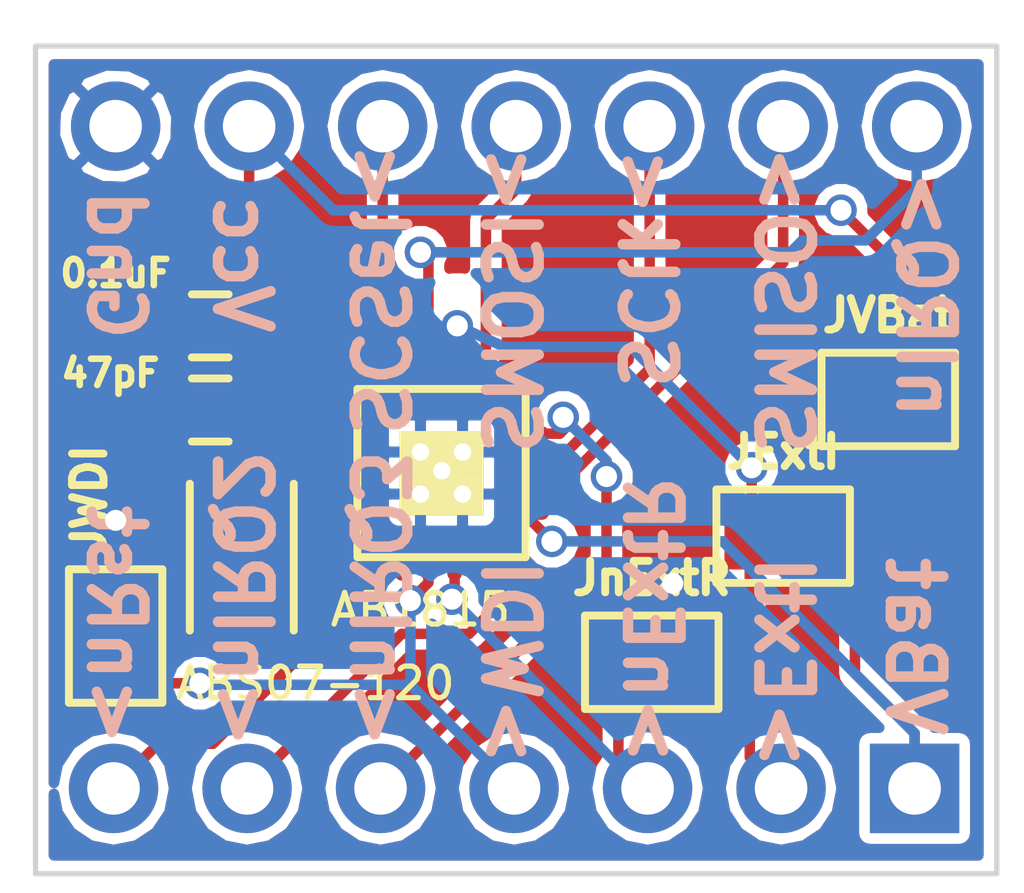
<source format=kicad_pcb>
(kicad_pcb (version 4) (host pcbnew 4.0.1-stable)

  (general
    (links 36)
    (no_connects 0)
    (area 198.865857 148.581 222.480143 167.500001)
    (thickness 1.6)
    (drawings 18)
    (tracks 114)
    (zones 0)
    (modules 10)
    (nets 18)
  )

  (page A3)
  (layers
    (0 F.Cu signal)
    (31 B.Cu signal hide)
    (32 B.Adhes user)
    (33 F.Adhes user)
    (34 B.Paste user)
    (35 F.Paste user)
    (36 B.SilkS user hide)
    (37 F.SilkS user)
    (38 B.Mask user)
    (39 F.Mask user)
    (40 Dwgs.User user)
    (41 Cmts.User user)
    (42 Eco1.User user)
    (43 Eco2.User user)
    (44 Edge.Cuts user)
  )

  (setup
    (last_trace_width 0.2)
    (user_trace_width 0.254)
    (trace_clearance 0.1)
    (zone_clearance 0.2)
    (zone_45_only no)
    (trace_min 0.1778)
    (segment_width 0.2)
    (edge_width 0.1)
    (via_size 0.6)
    (via_drill 0.4)
    (via_min_size 0.6)
    (via_min_drill 0.4)
    (user_via 0.6 0.4)
    (uvia_size 0.508)
    (uvia_drill 0.127)
    (uvias_allowed no)
    (uvia_min_size 0.508)
    (uvia_min_drill 0.127)
    (pcb_text_width 0.2)
    (pcb_text_size 1 1)
    (mod_edge_width 0.15)
    (mod_text_size 1 1)
    (mod_text_width 0.15)
    (pad_size 1.7 1.7)
    (pad_drill 1)
    (pad_to_mask_clearance 0)
    (aux_axis_origin 0 0)
    (visible_elements FFFFFFBF)
    (pcbplotparams
      (layerselection 0x00030_80000001)
      (usegerberextensions true)
      (excludeedgelayer true)
      (linewidth 0.150000)
      (plotframeref false)
      (viasonmask false)
      (mode 1)
      (useauxorigin false)
      (hpglpennumber 1)
      (hpglpenspeed 20)
      (hpglpendiameter 15)
      (hpglpenoverlay 2)
      (psnegative false)
      (psa4output false)
      (plotreference true)
      (plotvalue true)
      (plotinvisibletext false)
      (padsonsilk false)
      (subtractmaskfromsilk false)
      (outputformat 1)
      (mirror false)
      (drillshape 0)
      (scaleselection 1)
      (outputdirectory ""))
  )

  (net 0 "")
  (net 1 GND)
  (net 2 AFilt)
  (net 3 VCC)
  (net 4 EXTI)
  (net 5 WDI)
  (net 6 nExtR)
  (net 7 VBat)
  (net 8 FOut/nIRQ)
  (net 9 ClkOut/nIRQ3)
  (net 10 PSW/nIRQ2)
  (net 11 nRST)
  (net 12 SCSel)
  (net 13 SMOSI)
  (net 14 SMISO)
  (net 15 SCLK)
  (net 16 XO)
  (net 17 XI)

  (net_class Default "This is the default net class."
    (clearance 0.1)
    (trace_width 0.2)
    (via_dia 0.6)
    (via_drill 0.4)
    (uvia_dia 0.508)
    (uvia_drill 0.127)
    (add_net AFilt)
    (add_net ClkOut/nIRQ3)
    (add_net EXTI)
    (add_net FOut/nIRQ)
    (add_net GND)
    (add_net PSW/nIRQ2)
    (add_net SCLK)
    (add_net SCSel)
    (add_net SMISO)
    (add_net SMOSI)
    (add_net VBat)
    (add_net VCC)
    (add_net WDI)
    (add_net XI)
    (add_net XO)
    (add_net nExtR)
    (add_net nRST)
  )

  (module Pin_Header_Straight_1x07_Pitch2.54mm2 (layer F.Cu) (tedit 58F9855C) (tstamp 58F96AA3)
    (at 218.4 165 270)
    (descr "Through hole straight pin header, 1x07, 2.54mm pitch, single row")
    (tags "Through hole pin header THT 1x07 2.54mm single row")
    (path /58F96620)
    (fp_text reference J1 (at -0.254 -3.048 360) (layer F.SilkS) hide
      (effects (font (size 1 1) (thickness 0.15)))
    )
    (fp_text value CONN_01X07 (at -2.921 12.446 360) (layer F.Fab) hide
      (effects (font (size 1 1) (thickness 0.15)))
    )
    (fp_line (start -1.8 -1.8) (end -1.8 17.05) (layer F.CrtYd) (width 0.05))
    (fp_line (start -1.8 17.05) (end 1.8 17.05) (layer F.CrtYd) (width 0.05))
    (fp_line (start 1.8 17.05) (end 1.8 -1.8) (layer F.CrtYd) (width 0.05))
    (fp_line (start 1.8 -1.8) (end -1.8 -1.8) (layer F.CrtYd) (width 0.05))
    (pad 1 thru_hole rect (at 0 0 270) (size 1.7 1.7) (drill 1) (layers *.Cu *.Mask)
      (net 7 VBat))
    (pad 2 thru_hole oval (at 0 2.54 270) (size 1.7 1.7) (drill 1) (layers *.Cu *.Mask)
      (net 4 EXTI))
    (pad 3 thru_hole oval (at 0 5.08 270) (size 1.7 1.7) (drill 1) (layers *.Cu *.Mask)
      (net 6 nExtR))
    (pad 4 thru_hole oval (at 0 7.62 270) (size 1.7 1.7) (drill 1) (layers *.Cu *.Mask)
      (net 5 WDI))
    (pad 5 thru_hole oval (at 0 10.16 270) (size 1.7 1.7) (drill 1) (layers *.Cu *.Mask)
      (net 9 ClkOut/nIRQ3))
    (pad 6 thru_hole oval (at 0 12.7 270) (size 1.7 1.7) (drill 1) (layers *.Cu *.Mask)
      (net 10 PSW/nIRQ2))
    (pad 7 thru_hole oval (at 0 15.24 270) (size 1.7 1.7) (drill 1) (layers *.Cu *.Mask)
      (net 11 nRST))
    (model ${KISYS3DMOD}/Pin_Headers.3dshapes/Pin_Header_Straight_1x07_Pitch2.54mm.wrl
      (at (xyz 0 -0.3 0))
      (scale (xyz 1 1 1))
      (rotate (xyz 0 0 90))
    )
  )

  (module Pin_Header_Straight_1x07_Pitch2.54mm (layer F.Cu) (tedit 58F984C3) (tstamp 58F96AAE)
    (at 203.2 152.4 90)
    (descr "Through hole straight pin header, 1x07, 2.54mm pitch, single row")
    (tags "Through hole pin header THT 1x07 2.54mm single row")
    (path /58F96967)
    (fp_text reference J2 (at 0 -3.302 180) (layer F.SilkS) hide
      (effects (font (size 1 1) (thickness 0.15)))
    )
    (fp_text value CONN_01X07 (at 2.794 12.573 180) (layer F.Fab) hide
      (effects (font (size 1 1) (thickness 0.15)))
    )
    (fp_line (start -1.8 -1.8) (end -1.8 17.05) (layer F.CrtYd) (width 0.05))
    (fp_line (start -1.8 17.05) (end 1.8 17.05) (layer F.CrtYd) (width 0.05))
    (fp_line (start 1.8 17.05) (end 1.8 -1.8) (layer F.CrtYd) (width 0.05))
    (fp_line (start 1.8 -1.8) (end -1.8 -1.8) (layer F.CrtYd) (width 0.05))
    (pad 1 thru_hole circle (at 0 0 90) (size 1.7 1.7) (drill 1) (layers *.Cu *.Mask)
      (net 1 GND))
    (pad 2 thru_hole oval (at 0 2.54 90) (size 1.7 1.7) (drill 1) (layers *.Cu *.Mask)
      (net 3 VCC))
    (pad 3 thru_hole oval (at 0 5.08 90) (size 1.7 1.7) (drill 1) (layers *.Cu *.Mask)
      (net 12 SCSel))
    (pad 4 thru_hole oval (at 0 7.62 90) (size 1.7 1.7) (drill 1) (layers *.Cu *.Mask)
      (net 13 SMOSI))
    (pad 5 thru_hole oval (at 0 10.16 90) (size 1.7 1.7) (drill 1) (layers *.Cu *.Mask)
      (net 15 SCLK))
    (pad 6 thru_hole oval (at 0 12.7 90) (size 1.7 1.7) (drill 1) (layers *.Cu *.Mask)
      (net 14 SMISO))
    (pad 7 thru_hole oval (at 0 15.24 90) (size 1.7 1.7) (drill 1) (layers *.Cu *.Mask)
      (net 8 FOut/nIRQ))
    (model ${KISYS3DMOD}/Pin_Headers.3dshapes/Pin_Header_Straight_1x07_Pitch2.54mm.wrl
      (at (xyz 0 -0.3 0))
      (scale (xyz 1 1 1))
      (rotate (xyz 0 0 90))
    )
  )

  (module Capacitors_SMD:C_0603_HandSoldering (layer F.Cu) (tedit 5B0D75D2) (tstamp 5B0C545B)
    (at 205 157.8 180)
    (descr "Capacitor SMD 0603, hand soldering")
    (tags "capacitor 0603")
    (path /58F96539)
    (attr smd)
    (fp_text reference CaFilt1 (at 0 -1.9 180) (layer F.SilkS) hide
      (effects (font (size 1 1) (thickness 0.15)))
    )
    (fp_text value 47pF (at 1.9 0.7 180) (layer F.SilkS)
      (effects (font (size 0.5 0.5) (thickness 0.125)))
    )
    (fp_line (start -1.85 -0.75) (end 1.85 -0.75) (layer F.CrtYd) (width 0.05))
    (fp_line (start -1.85 0.75) (end 1.85 0.75) (layer F.CrtYd) (width 0.05))
    (fp_line (start -1.85 -0.75) (end -1.85 0.75) (layer F.CrtYd) (width 0.05))
    (fp_line (start 1.85 -0.75) (end 1.85 0.75) (layer F.CrtYd) (width 0.05))
    (fp_line (start -0.35 -0.6) (end 0.35 -0.6) (layer F.SilkS) (width 0.15))
    (fp_line (start 0.35 0.6) (end -0.35 0.6) (layer F.SilkS) (width 0.15))
    (pad 1 smd rect (at -0.95 0 180) (size 1.2 0.75) (layers F.Cu F.Paste F.Mask)
      (net 2 AFilt))
    (pad 2 smd rect (at 0.95 0 180) (size 1.2 0.75) (layers F.Cu F.Paste F.Mask)
      (net 1 GND))
    (model Capacitors_SMD.3dshapes/C_0603_HandSoldering.wrl
      (at (xyz 0 0 0))
      (scale (xyz 1 1 1))
      (rotate (xyz 0 0 0))
    )
  )

  (module Capacitors_SMD:C_0603_HandSoldering (layer F.Cu) (tedit 5B0D75C9) (tstamp 5B0C5461)
    (at 205 156.2 180)
    (descr "Capacitor SMD 0603, hand soldering")
    (tags "capacitor 0603")
    (path /5B0C61EC)
    (attr smd)
    (fp_text reference Cbyp1 (at 0 -1.9 180) (layer F.SilkS) hide
      (effects (font (size 1 1) (thickness 0.15)))
    )
    (fp_text value 0.1uF (at 1.8 1 180) (layer F.SilkS)
      (effects (font (size 0.5 0.5) (thickness 0.125)))
    )
    (fp_line (start -1.85 -0.75) (end 1.85 -0.75) (layer F.CrtYd) (width 0.05))
    (fp_line (start -1.85 0.75) (end 1.85 0.75) (layer F.CrtYd) (width 0.05))
    (fp_line (start -1.85 -0.75) (end -1.85 0.75) (layer F.CrtYd) (width 0.05))
    (fp_line (start 1.85 -0.75) (end 1.85 0.75) (layer F.CrtYd) (width 0.05))
    (fp_line (start -0.35 -0.6) (end 0.35 -0.6) (layer F.SilkS) (width 0.15))
    (fp_line (start 0.35 0.6) (end -0.35 0.6) (layer F.SilkS) (width 0.15))
    (pad 1 smd rect (at -0.95 0 180) (size 1.2 0.75) (layers F.Cu F.Paste F.Mask)
      (net 3 VCC))
    (pad 2 smd rect (at 0.95 0 180) (size 1.2 0.75) (layers F.Cu F.Paste F.Mask)
      (net 1 GND))
    (model Capacitors_SMD.3dshapes/C_0603_HandSoldering.wrl
      (at (xyz 0 0 0))
      (scale (xyz 1 1 1))
      (rotate (xyz 0 0 0))
    )
  )

  (module myFootprints:EpsonFC135 (layer F.Cu) (tedit 5B0ECD6D) (tstamp 5B0C54FE)
    (at 205.6 160.6 270)
    (path /58F96103)
    (fp_text reference ABS07-120 (at 2.4 -1.4 360) (layer F.SilkS)
      (effects (font (size 0.6 0.6) (thickness 0.1)))
    )
    (fp_text value 32kHz (at 0 1.6 270) (layer F.SilkS) hide
      (effects (font (size 0.5 0.5) (thickness 0.125)))
    )
    (fp_line (start -1.397 0.989) (end 1.397 0.989) (layer F.SilkS) (width 0.15))
    (fp_line (start -1.397 -0.989) (end 1.397 -0.989) (layer F.SilkS) (width 0.15))
    (pad 1 smd rect (at 1.25 0 270) (size 1 1.8) (layers F.Cu F.Paste F.Mask)
      (net 17 XI))
    (pad 2 smd rect (at -1.25 0 270) (size 1 1.8) (layers F.Cu F.Paste F.Mask)
      (net 16 XO))
    (model SMD_Packages/SMD-0402.wrl
      (at (xyz 0 0 0))
      (scale (xyz 0.12 0.15 0.1))
      (rotate (xyz 0 0 0))
    )
  )

  (module myFootprints:QFN16thermalpasted (layer F.Cu) (tedit 5B0ECD65) (tstamp 5B0C5DE9)
    (at 209.4 159 90)
    (path /58F964D3)
    (fp_text reference AB1815 (at -2.6 -0.4 180) (layer F.SilkS)
      (effects (font (size 0.6 0.6) (thickness 0.1)))
    )
    (fp_text value AB1815 (at 0.1905 -3.3655 90) (layer F.SilkS) hide
      (effects (font (size 1.016 1.016) (thickness 0.1524)))
    )
    (fp_line (start -1.6 -1.6) (end -1.6 1.6) (layer F.SilkS) (width 0.15))
    (fp_line (start 1.6 1.6) (end 1.6 -1.6) (layer F.SilkS) (width 0.15))
    (fp_line (start -1.6 1.6) (end 1.6 1.6) (layer F.SilkS) (width 0.15))
    (fp_line (start -1.6 -1.6) (end 1.6 -1.6) (layer F.SilkS) (width 0.15))
    (pad 17 thru_hole rect (at -0.4 0.4 90) (size 0.8 0.8) (drill 0.33) (layers *.Cu *.Mask F.SilkS)
      (net 1 GND))
    (pad 17 thru_hole rect (at -0.4 -0.4 90) (size 0.8 0.8) (drill 0.33) (layers *.Cu *.Mask F.SilkS)
      (net 1 GND))
    (pad 17 thru_hole rect (at 0.4 0.4 90) (size 0.8 0.8) (drill 0.33) (layers *.Cu *.Mask F.SilkS)
      (net 1 GND))
    (pad 17 smd rect (at -0.4 -0.4 90) (size 0.68 0.68) (layers F.Cu F.Paste F.Mask)
      (net 1 GND))
    (pad 17 smd rect (at -0.4 0.4 90) (size 0.68 0.68) (layers F.Cu F.Paste F.Mask)
      (net 1 GND))
    (pad 17 smd rect (at 0.4 0.4 90) (size 0.68 0.68) (layers F.Cu F.Paste F.Mask)
      (net 1 GND))
    (pad 17 thru_hole rect (at 0.0445 0.0055 90) (size 0.85 0.85) (drill 0.33) (layers *.Cu *.Mask F.SilkS)
      (net 1 GND))
    (pad 17 thru_hole rect (at 0.4 -0.4 90) (size 0.8 0.8) (drill 0.33) (layers *.Cu *.Mask F.SilkS)
      (net 1 GND))
    (pad 1 smd oval (at -1.5494 -0.7493 90) (size 1.00076 0.2794) (layers F.Cu F.Paste F.Mask)
      (net 11 nRST))
    (pad 2 smd oval (at -1.5494 -0.24892 90) (size 1.00076 0.2794) (layers F.Cu F.Paste F.Mask)
      (net 5 WDI))
    (pad 3 smd oval (at -1.5494 0.24892 90) (size 1.00076 0.2794) (layers F.Cu F.Paste F.Mask)
      (net 6 nExtR))
    (pad 4 smd oval (at -1.5494 0.7493 90) (size 1.00076 0.2794) (layers F.Cu F.Paste F.Mask)
      (net 10 PSW/nIRQ2))
    (pad 5 smd oval (at -0.7493 1.5494 180) (size 1.00076 0.2794) (layers F.Cu F.Paste F.Mask)
      (net 7 VBat))
    (pad 6 smd oval (at -0.24892 1.5494 180) (size 1.00076 0.2794) (layers F.Cu F.Paste F.Mask)
      (net 14 SMISO))
    (pad 7 smd oval (at 0.24892 1.5494 180) (size 1.00076 0.2794) (layers F.Cu F.Paste F.Mask)
      (net 15 SCLK))
    (pad 8 smd oval (at 0.7493 1.5494 180) (size 1.00076 0.2794) (layers F.Cu F.Paste F.Mask)
      (net 9 ClkOut/nIRQ3))
    (pad 9 smd oval (at 1.5494 0.7493 90) (size 1.00076 0.2794) (layers F.Cu F.Paste F.Mask)
      (net 13 SMOSI))
    (pad 10 smd oval (at 1.5494 0.24892 90) (size 1.00076 0.2794) (layers F.Cu F.Paste F.Mask)
      (net 4 EXTI))
    (pad 11 smd oval (at 1.5494 -0.24892 90) (size 1.00076 0.2794) (layers F.Cu F.Paste F.Mask)
      (net 8 FOut/nIRQ))
    (pad 12 smd oval (at 1.5494 -0.7493 90) (size 1.00076 0.2794) (layers F.Cu F.Paste F.Mask)
      (net 12 SCSel))
    (pad 13 smd oval (at 0.7493 -1.5494 180) (size 1.00076 0.2794) (layers F.Cu F.Paste F.Mask)
      (net 3 VCC))
    (pad 14 smd oval (at 0.24892 -1.5494 180) (size 1.00076 0.2794) (layers F.Cu F.Paste F.Mask)
      (net 2 AFilt))
    (pad 15 smd oval (at -0.24892 -1.5494 180) (size 1.00076 0.2794) (layers F.Cu F.Paste F.Mask)
      (net 16 XO))
    (pad 16 smd oval (at -0.7493 -1.5494 180) (size 1.00076 0.2794) (layers F.Cu F.Paste F.Mask)
      (net 17 XI))
    (pad 17 smd rect (at 0.4 -0.4 90) (size 0.68 0.68) (layers F.Cu F.Paste F.Mask)
      (net 1 GND))
  )

  (module myFootprints:SolderJumperClosed (layer F.Cu) (tedit 5B0D78AA) (tstamp 5B0C5DE8)
    (at 217.9 157.6 270)
    (descr "Pontet Goute de soudure")
    (path /5B0C667B)
    (attr virtual)
    (fp_text reference JVBat (at -1.6 0 360) (layer F.SilkS)
      (effects (font (size 0.6 0.6) (thickness 0.15)))
    )
    (fp_text value VBat (at 1.524 0 360) (layer F.SilkS) hide
      (effects (font (size 0.5 0.5) (thickness 0.125)))
    )
    (fp_line (start 0 -0.5) (end 0 0.5) (layer F.Cu) (width 0.1))
    (fp_line (start 0 -0.5) (end 0 0.5) (layer F.Mask) (width 0.1))
    (fp_line (start -0.889 -1.27) (end -0.889 1.27) (layer F.SilkS) (width 0.15))
    (fp_line (start 0.889 1.27) (end 0.889 -1.27) (layer F.SilkS) (width 0.15))
    (fp_line (start 0.889 1.27) (end -0.889 1.27) (layer F.SilkS) (width 0.15))
    (fp_line (start -0.889 -1.27) (end 0.889 -1.27) (layer F.SilkS) (width 0.15))
    (pad 1 smd rect (at 0 -0.635 270) (size 1.27 0.9652) (layers F.Cu F.Paste F.Mask)
      (net 3 VCC))
    (pad 2 smd rect (at 0 0.635 270) (size 1.27 0.9652) (layers F.Cu F.Paste F.Mask)
      (net 7 VBat))
  )

  (module myFootprints:SolderJumperClosed (layer F.Cu) (tedit 5B0D78AA) (tstamp 5B0C5467)
    (at 215.9 160.2 270)
    (descr "Pontet Goute de soudure")
    (path /5B0C4647)
    (attr virtual)
    (fp_text reference JExtI (at -1.6 0 360) (layer F.SilkS)
      (effects (font (size 0.6 0.6) (thickness 0.15)))
    )
    (fp_text value GS2 (at 1.524 0 360) (layer F.SilkS) hide
      (effects (font (size 0.5 0.5) (thickness 0.125)))
    )
    (fp_line (start 0 -0.5) (end 0 0.5) (layer F.Cu) (width 0.1))
    (fp_line (start 0 -0.5) (end 0 0.5) (layer F.Mask) (width 0.1))
    (fp_line (start -0.889 -1.27) (end -0.889 1.27) (layer F.SilkS) (width 0.15))
    (fp_line (start 0.889 1.27) (end 0.889 -1.27) (layer F.SilkS) (width 0.15))
    (fp_line (start 0.889 1.27) (end -0.889 1.27) (layer F.SilkS) (width 0.15))
    (fp_line (start -0.889 -1.27) (end 0.889 -1.27) (layer F.SilkS) (width 0.15))
    (pad 1 smd rect (at 0 -0.635 270) (size 1.27 0.9652) (layers F.Cu F.Paste F.Mask)
      (net 1 GND))
    (pad 2 smd rect (at 0 0.635 270) (size 1.27 0.9652) (layers F.Cu F.Paste F.Mask)
      (net 4 EXTI))
  )

  (module myFootprints:SolderJumperClosed (layer F.Cu) (tedit 5B0D78AA) (tstamp 5B0C5473)
    (at 213.4 162.6 270)
    (descr "Pontet Goute de soudure")
    (path /5B0C62CD)
    (attr virtual)
    (fp_text reference JnExtR (at -1.6 0 360) (layer F.SilkS)
      (effects (font (size 0.6 0.6) (thickness 0.15)))
    )
    (fp_text value GS2 (at 1.524 0 360) (layer F.SilkS) hide
      (effects (font (size 0.5 0.5) (thickness 0.125)))
    )
    (fp_line (start 0 -0.5) (end 0 0.5) (layer F.Cu) (width 0.1))
    (fp_line (start 0 -0.5) (end 0 0.5) (layer F.Mask) (width 0.1))
    (fp_line (start -0.889 -1.27) (end -0.889 1.27) (layer F.SilkS) (width 0.15))
    (fp_line (start 0.889 1.27) (end 0.889 -1.27) (layer F.SilkS) (width 0.15))
    (fp_line (start 0.889 1.27) (end -0.889 1.27) (layer F.SilkS) (width 0.15))
    (fp_line (start -0.889 -1.27) (end 0.889 -1.27) (layer F.SilkS) (width 0.15))
    (pad 1 smd rect (at 0 -0.635 270) (size 1.27 0.9652) (layers F.Cu F.Paste F.Mask)
      (net 1 GND))
    (pad 2 smd rect (at 0 0.635 270) (size 1.27 0.9652) (layers F.Cu F.Paste F.Mask)
      (net 6 nExtR))
  )

  (module myFootprints:SolderJumperClosed (layer F.Cu) (tedit 5B0D90DC) (tstamp 5B0C546D)
    (at 203.2 162.1)
    (descr "Pontet Goute de soudure")
    (path /5B0C629E)
    (attr virtual)
    (fp_text reference JWDI (at -0.5 -2.6 90) (layer F.SilkS)
      (effects (font (size 0.6 0.6) (thickness 0.15)))
    )
    (fp_text value GS2 (at 1.524 0 90) (layer F.SilkS) hide
      (effects (font (size 0.5 0.5) (thickness 0.125)))
    )
    (fp_line (start 0 -0.5) (end 0 0.5) (layer F.Cu) (width 0.1))
    (fp_line (start 0 -0.5) (end 0 0.5) (layer F.Mask) (width 0.1))
    (fp_line (start -0.889 -1.27) (end -0.889 1.27) (layer F.SilkS) (width 0.15))
    (fp_line (start 0.889 1.27) (end 0.889 -1.27) (layer F.SilkS) (width 0.15))
    (fp_line (start 0.889 1.27) (end -0.889 1.27) (layer F.SilkS) (width 0.15))
    (fp_line (start -0.889 -1.27) (end 0.889 -1.27) (layer F.SilkS) (width 0.15))
    (pad 1 smd rect (at 0 -0.635) (size 1.27 0.9652) (layers F.Cu F.Paste F.Mask)
      (net 1 GND))
    (pad 2 smd rect (at 0 0.635) (size 1.27 0.9652) (layers F.Cu F.Paste F.Mask)
      (net 5 WDI))
  )

  (gr_text <nRst (at 203.2 161.9 270) (layer B.SilkS)
    (effects (font (size 1 1) (thickness 0.2)) (justify mirror))
  )
  (gr_text <nIRQ2 (at 205.6 161.4 270) (layer B.SilkS)
    (effects (font (size 1 1) (thickness 0.2)) (justify mirror))
  )
  (gr_text <nIRQ3 (at 208.2 161.4 270) (layer B.SilkS)
    (effects (font (size 1 1) (thickness 0.2)) (justify mirror))
  )
  (gr_text >WDI (at 210.7 162.6 270) (layer B.SilkS)
    (effects (font (size 1 1) (thickness 0.2)) (justify mirror))
  )
  (gr_text >nExtR (at 213.4 161.8 270) (layer B.SilkS)
    (effects (font (size 1 1) (thickness 0.2)) (justify mirror))
  )
  (gr_text >ExtI (at 215.9 162.6 270) (layer B.SilkS)
    (effects (font (size 1 1) (thickness 0.2)) (justify mirror))
  )
  (gr_text VBat (at 218.4 162.3 270) (layer B.SilkS)
    (effects (font (size 1 1) (thickness 0.2)) (justify mirror))
  )
  (gr_text nIRQ> (at 218.6 155.6 270) (layer B.SilkS)
    (effects (font (size 1 1) (thickness 0.2)) (justify mirror))
  )
  (gr_text SMISO> (at 215.9 155.7 270) (layer B.SilkS)
    (effects (font (size 1 1) (thickness 0.2)) (justify mirror))
  )
  (gr_text SClk< (at 213.3 155.1 270) (layer B.SilkS)
    (effects (font (size 1 1) (thickness 0.2)) (justify mirror))
  )
  (gr_text SMOSI< (at 210.7 155.7 270) (layer B.SilkS)
    (effects (font (size 1 1) (thickness 0.2)) (justify mirror))
  )
  (gr_text SCSel< (at 208.2 155.5 270) (layer B.SilkS)
    (effects (font (size 1 1) (thickness 0.2)) (justify mirror))
  )
  (gr_text Vcc (at 205.6 153.6 270) (layer B.SilkS)
    (effects (font (size 1 1) (thickness 0.2)) (justify right mirror))
  )
  (gr_text Gnd (at 203.2 153.5 270) (layer B.SilkS)
    (effects (font (size 1 1) (thickness 0.2)) (justify right mirror))
  )
  (gr_line (start 201.676 166.624) (end 219.964 166.624) (angle 90) (layer Edge.Cuts) (width 0.1))
  (gr_line (start 201.676 150.876) (end 201.676 166.624) (angle 90) (layer Edge.Cuts) (width 0.1))
  (gr_line (start 219.964 150.876) (end 201.676 150.876) (angle 90) (layer Edge.Cuts) (width 0.1))
  (gr_line (start 219.964 166.624) (end 219.964 150.876) (angle 90) (layer Edge.Cuts) (width 0.1))

  (segment (start 209.4055 158.9555) (end 209.4055 158.9945) (width 0.2) (layer F.Cu) (net 1) (status 30))
  (segment (start 209.4055 158.9945) (end 209 159.4) (width 0.2) (layer F.Cu) (net 1) (tstamp 5B0D6E1C) (status 30))
  (segment (start 209.8 158.6) (end 209.8 159.4) (width 0.2) (layer F.Cu) (net 1) (status 30))
  (segment (start 216.535 160.2) (end 216.535 161.365) (width 0.2) (layer F.Cu) (net 1) (status 10))
  (segment (start 216.535 161.365) (end 216.2 161.7) (width 0.2) (layer F.Cu) (net 1) (tstamp 5B0D6DE7))
  (segment (start 214.035 162.6) (end 214.035 161.335) (width 0.2) (layer F.Cu) (net 1) (status 10))
  (via (at 213.8 161.1) (size 0.6) (drill 0.4) (layers F.Cu B.Cu) (net 1))
  (segment (start 214.035 161.335) (end 213.8 161.1) (width 0.2) (layer F.Cu) (net 1) (tstamp 5B0D6DB7))
  (segment (start 203.2 161.465) (end 203.2 159.9) (width 0.2) (layer F.Cu) (net 1) (status 10))
  (via (at 203.2 159.9) (size 0.6) (drill 0.4) (layers F.Cu B.Cu) (net 1))
  (segment (start 209.8 158.6) (end 210.8 158.6) (width 0.2) (layer B.Cu) (net 1) (status 10))
  (segment (start 205.95 157.8) (end 206.175 157.8) (width 0.2) (layer F.Cu) (net 2) (status 30))
  (segment (start 206.175 157.8) (end 207.12608 158.75108) (width 0.2) (layer F.Cu) (net 2) (status 10))
  (segment (start 207.12608 158.75108) (end 207.8506 158.75108) (width 0.2) (layer F.Cu) (net 2) (status 20))
  (segment (start 217 154) (end 207.34 154) (width 0.2) (layer B.Cu) (net 3))
  (segment (start 207.34 154) (end 205.74 152.4) (width 0.2) (layer B.Cu) (net 3) (status 20))
  (segment (start 218.535 157.6) (end 218.535 155.535) (width 0.2) (layer F.Cu) (net 3) (status 10))
  (segment (start 218.535 155.535) (end 217 154) (width 0.2) (layer F.Cu) (net 3))
  (via (at 217 154) (size 0.6) (drill 0.4) (layers F.Cu B.Cu) (net 3))
  (segment (start 205.74 152.4) (end 205.74 155.99) (width 0.2) (layer F.Cu) (net 3) (status 30))
  (segment (start 205.74 155.99) (end 205.95 156.2) (width 0.2) (layer F.Cu) (net 3) (status 30))
  (segment (start 205.95 156.2) (end 206.75 156.2) (width 0.2) (layer F.Cu) (net 3) (status 10))
  (segment (start 206.75 156.2) (end 207.8506 157.3006) (width 0.2) (layer F.Cu) (net 3))
  (segment (start 207.8506 157.3006) (end 207.8506 158.2507) (width 0.2) (layer F.Cu) (net 3) (status 20))
  (segment (start 205.74 152.4) (end 205.74 153.14) (width 0.2) (layer B.Cu) (net 3) (status 30))
  (segment (start 215.3 158.9) (end 215.3 160.165) (width 0.2) (layer F.Cu) (net 4) (status 20))
  (segment (start 215.3 160.165) (end 215.265 160.2) (width 0.2) (layer F.Cu) (net 4) (status 30))
  (segment (start 210.6 156.6) (end 213 156.6) (width 0.2) (layer B.Cu) (net 4))
  (segment (start 213 156.6) (end 215.3 158.9) (width 0.2) (layer B.Cu) (net 4))
  (via (at 215.3 158.9) (size 0.6) (drill 0.4) (layers F.Cu B.Cu) (net 4))
  (segment (start 209.7 156.2) (end 210.6 156.6) (width 0.2) (layer B.Cu) (net 4))
  (segment (start 209.64892 157.4506) (end 209.64892 156.25108) (width 0.2) (layer F.Cu) (net 4) (status 10))
  (segment (start 209.64892 156.25108) (end 209.7 156.2) (width 0.2) (layer F.Cu) (net 4))
  (via (at 209.7 156.2) (size 0.6) (drill 0.4) (layers F.Cu B.Cu) (net 4))
  (segment (start 215.265 160.2) (end 215.265 164.405) (width 0.2) (layer F.Cu) (net 4) (status 30))
  (segment (start 215.265 164.405) (end 215.86 165) (width 0.2) (layer F.Cu) (net 4) (status 30))
  (segment (start 204.8 163) (end 203.465 163) (width 0.2) (layer F.Cu) (net 5) (status 20))
  (segment (start 203.465 163) (end 203.2 162.735) (width 0.2) (layer F.Cu) (net 5) (status 30))
  (segment (start 208.808029 163.028029) (end 204.828029 163.028029) (width 0.2) (layer B.Cu) (net 5))
  (segment (start 204.828029 163.028029) (end 204.8 163) (width 0.2) (layer B.Cu) (net 5))
  (via (at 204.8 163) (size 0.6) (drill 0.4) (layers F.Cu B.Cu) (net 5))
  (segment (start 208.808029 161.426349) (end 208.808029 163.028029) (width 0.2) (layer B.Cu) (net 5))
  (segment (start 208.808029 163.028029) (end 210.78 165) (width 0.2) (layer B.Cu) (net 5) (status 20))
  (segment (start 209.15108 160.5494) (end 209.15108 161.083298) (width 0.2) (layer F.Cu) (net 5) (status 10))
  (segment (start 209.15108 161.083298) (end 208.808029 161.426349) (width 0.2) (layer F.Cu) (net 5))
  (via (at 208.808029 161.426349) (size 0.6) (drill 0.4) (layers F.Cu B.Cu) (net 5))
  (segment (start 212.765 162.6) (end 212.765 164.445) (width 0.2) (layer F.Cu) (net 6) (status 30))
  (segment (start 212.765 164.445) (end 213.32 165) (width 0.2) (layer F.Cu) (net 6) (status 30))
  (segment (start 209.6 161.4) (end 213.2 165) (width 0.2) (layer B.Cu) (net 6) (status 20))
  (segment (start 213.2 165) (end 213.32 165) (width 0.2) (layer B.Cu) (net 6) (status 30))
  (segment (start 209.64892 160.5494) (end 209.64892 161.35108) (width 0.2) (layer F.Cu) (net 6) (status 10))
  (segment (start 209.64892 161.35108) (end 209.6 161.4) (width 0.2) (layer F.Cu) (net 6))
  (via (at 209.6 161.4) (size 0.6) (drill 0.4) (layers F.Cu B.Cu) (net 6))
  (segment (start 212.965 164.645) (end 213.32 165) (width 0.2) (layer F.Cu) (net 6) (status 30))
  (segment (start 211.5 160.3) (end 214.75 160.3) (width 0.2) (layer B.Cu) (net 7))
  (segment (start 218.4 163.95) (end 218.4 165) (width 0.2) (layer B.Cu) (net 7) (status 20))
  (segment (start 214.75 160.3) (end 218.4 163.95) (width 0.2) (layer B.Cu) (net 7))
  (segment (start 210.9494 159.7493) (end 210.9494 159.7494) (width 0.2) (layer F.Cu) (net 7) (status 30))
  (segment (start 210.9494 159.7494) (end 211.5 160.3) (width 0.2) (layer F.Cu) (net 7) (status 10))
  (via (at 211.5 160.3) (size 0.6) (drill 0.4) (layers F.Cu B.Cu) (net 7))
  (segment (start 218.4 165) (end 218.4 163.95) (width 0.2) (layer F.Cu) (net 7) (status 10))
  (segment (start 218.4 163.95) (end 217.265 162.815) (width 0.2) (layer F.Cu) (net 7))
  (segment (start 217.265 162.815) (end 217.265 157.6) (width 0.2) (layer F.Cu) (net 7) (status 20))
  (segment (start 210.9494 159.832) (end 210.9494 159.7493) (width 0.2) (layer F.Cu) (net 7) (status 30))
  (segment (start 216.04 154.8) (end 216.266424 154.573576) (width 0.2) (layer B.Cu) (net 8))
  (segment (start 216.266424 154.573576) (end 217.468505 154.573576) (width 0.2) (layer B.Cu) (net 8))
  (segment (start 217.468505 154.573576) (end 218.44 153.602081) (width 0.2) (layer B.Cu) (net 8))
  (segment (start 218.44 153.602081) (end 218.44 152.4) (width 0.2) (layer B.Cu) (net 8) (status 20))
  (segment (start 209 154.8) (end 216.04 154.8) (width 0.2) (layer B.Cu) (net 8))
  (segment (start 209.15108 157.4506) (end 209.15108 154.95108) (width 0.2) (layer F.Cu) (net 8) (status 10))
  (segment (start 209.15108 154.95108) (end 209 154.8) (width 0.2) (layer F.Cu) (net 8))
  (via (at 209 154.8) (size 0.6) (drill 0.4) (layers F.Cu B.Cu) (net 8))
  (segment (start 212.539172 158.764419) (end 212.539172 159.066663) (width 0.2) (layer B.Cu) (net 9))
  (segment (start 211.715393 157.94064) (end 212.539172 158.764419) (width 0.2) (layer B.Cu) (net 9))
  (segment (start 208.24 165) (end 212.539172 160.700828) (width 0.2) (layer F.Cu) (net 9) (status 10))
  (segment (start 212.539172 160.700828) (end 212.539172 159.066663) (width 0.2) (layer F.Cu) (net 9))
  (via (at 212.539172 159.066663) (size 0.6) (drill 0.4) (layers F.Cu B.Cu) (net 9))
  (segment (start 211.64978 158.2507) (end 211.715393 158.185087) (width 0.2) (layer F.Cu) (net 9))
  (segment (start 210.9494 158.2507) (end 211.64978 158.2507) (width 0.2) (layer F.Cu) (net 9) (status 10))
  (via (at 211.715393 157.94064) (size 0.6) (drill 0.4) (layers F.Cu B.Cu) (net 9))
  (segment (start 211.715393 158.185087) (end 211.715393 157.94064) (width 0.2) (layer F.Cu) (net 9))
  (via (at 208.24 165) (size 0.889) (drill 0.635) (layers F.Cu B.Cu) (net 9) (status 30))
  (segment (start 210.1493 160.91008) (end 210.1493 160.5494) (width 0.2) (layer F.Cu) (net 10) (status 30))
  (segment (start 210.489 161.24978) (end 210.1493 160.91008) (width 0.2) (layer F.Cu) (net 10) (status 20))
  (segment (start 210.489 161.492722) (end 210.489 161.24978) (width 0.2) (layer F.Cu) (net 10))
  (segment (start 209.922683 162.059039) (end 210.489 161.492722) (width 0.2) (layer F.Cu) (net 10))
  (segment (start 208.640961 162.059039) (end 209.922683 162.059039) (width 0.2) (layer F.Cu) (net 10))
  (segment (start 205.7 165) (end 208.640961 162.059039) (width 0.2) (layer F.Cu) (net 10) (status 10))
  (segment (start 208.6507 160.5494) (end 205.050099 164.150001) (width 0.2) (layer F.Cu) (net 11) (status 10))
  (segment (start 205.050099 164.150001) (end 204.009999 164.150001) (width 0.2) (layer F.Cu) (net 11))
  (segment (start 204.009999 164.150001) (end 203.16 165) (width 0.2) (layer F.Cu) (net 11) (status 20))
  (segment (start 208.28 152.4) (end 208.28 157.4196) (width 0.2) (layer F.Cu) (net 12) (status 10))
  (segment (start 208.28 157.4196) (end 208.311 157.4506) (width 0.2) (layer F.Cu) (net 12))
  (segment (start 208.311 157.4506) (end 208.6507 157.4506) (width 0.2) (layer F.Cu) (net 12) (status 20))
  (segment (start 208.6507 157.08992) (end 208.6507 157.4506) (width 0.2) (layer F.Cu) (net 12) (status 30))
  (segment (start 208.28 152.4) (end 208.28 152.88) (width 0.2) (layer B.Cu) (net 12) (status 30))
  (segment (start 210.82 152.4) (end 210.82 153.602081) (width 0.2) (layer F.Cu) (net 13) (status 10))
  (segment (start 210.1493 156.804562) (end 210.1493 157.4506) (width 0.2) (layer F.Cu) (net 13) (status 20))
  (segment (start 210.82 153.602081) (end 210.244501 154.17758) (width 0.2) (layer F.Cu) (net 13))
  (segment (start 210.244501 156.709361) (end 210.1493 156.804562) (width 0.2) (layer F.Cu) (net 13))
  (segment (start 210.244501 154.17758) (end 210.244501 156.709361) (width 0.2) (layer F.Cu) (net 13))
  (segment (start 210.1493 157.4506) (end 210.1493 157.08992) (width 0.2) (layer F.Cu) (net 13) (status 30))
  (segment (start 211.64978 159.24892) (end 215.9 154.9987) (width 0.2) (layer F.Cu) (net 14))
  (segment (start 215.9 154.9987) (end 215.9 152.4) (width 0.2) (layer F.Cu) (net 14) (status 20))
  (segment (start 210.9494 159.24892) (end 211.64978 159.24892) (width 0.2) (layer F.Cu) (net 14) (status 10))
  (segment (start 213.36 157.015721) (end 213.36 152.4) (width 0.2) (layer F.Cu) (net 15) (status 20))
  (segment (start 210.9494 158.75108) (end 211.624641 158.75108) (width 0.2) (layer F.Cu) (net 15) (status 10))
  (segment (start 211.624641 158.75108) (end 213.36 157.015721) (width 0.2) (layer F.Cu) (net 15))
  (segment (start 213.36 152.64) (end 213.36 152.4) (width 0.2) (layer B.Cu) (net 15) (status 30))
  (segment (start 205.6 159.35) (end 207.74952 159.35) (width 0.2) (layer F.Cu) (net 16) (status 30))
  (segment (start 207.74952 159.35) (end 207.8506 159.24892) (width 0.2) (layer F.Cu) (net 16) (status 30))
  (segment (start 205.6 161.85) (end 206 161.85) (width 0.2) (layer F.Cu) (net 17) (status 30))
  (segment (start 206 161.85) (end 207.8506 159.9994) (width 0.2) (layer F.Cu) (net 17) (status 10))
  (segment (start 207.8506 159.9994) (end 207.8506 159.7493) (width 0.2) (layer F.Cu) (net 17) (status 20))

  (zone (net 1) (net_name GND) (layer F.Cu) (tstamp 5B0D4495) (hatch edge 0.508)
    (priority 1)
    (connect_pads (clearance 0.2))
    (min_thickness 0.2)
    (fill yes (arc_segments 16) (thermal_gap 0.2) (thermal_bridge_width 0.21))
    (polygon
      (pts
        (xy 220.5 167) (xy 201 167) (xy 201 150) (xy 220.5 150) (xy 220.5 167)
      )
    )
    (filled_polygon
      (pts
        (xy 219.614 166.274) (xy 202.026 166.274) (xy 202.026 165.102967) (xy 202.097539 165.462616) (xy 202.346827 165.835703)
        (xy 202.719914 166.084991) (xy 203.16 166.17253) (xy 203.600086 166.084991) (xy 203.973173 165.835703) (xy 204.222461 165.462616)
        (xy 204.31 165.02253) (xy 204.31 164.97747) (xy 204.224971 164.550001) (xy 204.635029 164.550001) (xy 204.55 164.97747)
        (xy 204.55 165.02253) (xy 204.637539 165.462616) (xy 204.886827 165.835703) (xy 205.259914 166.084991) (xy 205.7 166.17253)
        (xy 206.140086 166.084991) (xy 206.513173 165.835703) (xy 206.762461 165.462616) (xy 206.85 165.02253) (xy 206.85 164.97747)
        (xy 206.762461 164.537384) (xy 206.748779 164.516907) (xy 208.806647 162.459039) (xy 209.922683 162.459039) (xy 210.075757 162.428591)
        (xy 210.205526 162.341882) (xy 210.771843 161.775565) (xy 210.858552 161.645796) (xy 210.889 161.492722) (xy 210.889 161.24978)
        (xy 210.858552 161.096707) (xy 210.771843 160.966937) (xy 210.77184 160.966935) (xy 210.589 160.784094) (xy 210.589 160.189)
        (xy 210.777541 160.189) (xy 210.796327 160.201552) (xy 210.845684 160.21137) (xy 210.900029 160.265715) (xy 210.899896 160.418824)
        (xy 210.991048 160.639429) (xy 211.159683 160.808359) (xy 211.380129 160.899896) (xy 211.618824 160.900104) (xy 211.839429 160.808952)
        (xy 212.008359 160.640317) (xy 212.099896 160.419871) (xy 212.100104 160.181176) (xy 212.008952 159.960571) (xy 211.840317 159.791641)
        (xy 211.763392 159.759699) (xy 211.76546 159.7493) (xy 211.74185 159.630606) (xy 211.802854 159.618472) (xy 211.932623 159.531763)
        (xy 212.044245 159.420141) (xy 212.139172 159.515235) (xy 212.139172 160.535143) (xy 208.727574 163.94674) (xy 208.680086 163.915009)
        (xy 208.24 163.82747) (xy 207.799914 163.915009) (xy 207.426827 164.164297) (xy 207.177539 164.537384) (xy 207.09 164.97747)
        (xy 207.09 165.02253) (xy 207.177539 165.462616) (xy 207.426827 165.835703) (xy 207.799914 166.084991) (xy 208.24 166.17253)
        (xy 208.680086 166.084991) (xy 209.053173 165.835703) (xy 209.302461 165.462616) (xy 209.39 165.02253) (xy 209.39 164.97747)
        (xy 209.63 164.97747) (xy 209.63 165.02253) (xy 209.717539 165.462616) (xy 209.966827 165.835703) (xy 210.339914 166.084991)
        (xy 210.78 166.17253) (xy 211.220086 166.084991) (xy 211.593173 165.835703) (xy 211.842461 165.462616) (xy 211.93 165.02253)
        (xy 211.93 164.97747) (xy 211.842461 164.537384) (xy 211.593173 164.164297) (xy 211.220086 163.915009) (xy 210.78 163.82747)
        (xy 210.339914 163.915009) (xy 209.966827 164.164297) (xy 209.717539 164.537384) (xy 209.63 164.97747) (xy 209.39 164.97747)
        (xy 209.302461 164.537384) (xy 209.288779 164.516907) (xy 211.840685 161.965) (xy 211.976523 161.965) (xy 211.976523 163.235)
        (xy 211.997442 163.346173) (xy 212.063145 163.448279) (xy 212.163397 163.516778) (xy 212.2824 163.540877) (xy 212.365 163.540877)
        (xy 212.365 164.376557) (xy 212.257539 164.537384) (xy 212.17 164.97747) (xy 212.17 165.02253) (xy 212.257539 165.462616)
        (xy 212.506827 165.835703) (xy 212.879914 166.084991) (xy 213.32 166.17253) (xy 213.760086 166.084991) (xy 214.133173 165.835703)
        (xy 214.382461 165.462616) (xy 214.47 165.02253) (xy 214.47 164.97747) (xy 214.382461 164.537384) (xy 214.133173 164.164297)
        (xy 213.760086 163.915009) (xy 213.32 163.82747) (xy 213.165 163.858302) (xy 213.165 163.540877) (xy 213.2476 163.540877)
        (xy 213.358773 163.519958) (xy 213.39701 163.495353) (xy 213.492727 163.535) (xy 213.955 163.535) (xy 214.03 163.46)
        (xy 214.03 162.924142) (xy 214.033939 162.923358) (xy 214.04 162.919308) (xy 214.04 163.46) (xy 214.115 163.535)
        (xy 214.577273 163.535) (xy 214.687536 163.489328) (xy 214.771928 163.404937) (xy 214.8176 163.294674) (xy 214.8176 162.68)
        (xy 214.7426 162.605) (xy 214.249005 162.605) (xy 214.25 162.6) (xy 214.249005 162.595) (xy 214.7426 162.595)
        (xy 214.8176 162.52) (xy 214.8176 161.905326) (xy 214.771928 161.795063) (xy 214.687536 161.710672) (xy 214.577273 161.665)
        (xy 214.115 161.665) (xy 214.04 161.74) (xy 214.04 162.280692) (xy 214.033939 162.276642) (xy 214.03 162.275858)
        (xy 214.03 161.74) (xy 213.955 161.665) (xy 213.492727 161.665) (xy 213.397601 161.704402) (xy 213.366603 161.683222)
        (xy 213.2476 161.659123) (xy 212.2824 161.659123) (xy 212.171227 161.680042) (xy 212.069121 161.745745) (xy 212.000622 161.845997)
        (xy 211.976523 161.965) (xy 211.840685 161.965) (xy 212.822012 160.983673) (xy 212.822015 160.983671) (xy 212.908724 160.853901)
        (xy 212.939172 160.700828) (xy 212.939172 159.565) (xy 214.476523 159.565) (xy 214.476523 160.835) (xy 214.497442 160.946173)
        (xy 214.563145 161.048279) (xy 214.663397 161.116778) (xy 214.7824 161.140877) (xy 214.865 161.140877) (xy 214.865 164.405)
        (xy 214.869816 164.429213) (xy 214.797539 164.537384) (xy 214.71 164.97747) (xy 214.71 165.02253) (xy 214.797539 165.462616)
        (xy 215.046827 165.835703) (xy 215.419914 166.084991) (xy 215.86 166.17253) (xy 216.300086 166.084991) (xy 216.673173 165.835703)
        (xy 216.922461 165.462616) (xy 217.01 165.02253) (xy 217.01 164.97747) (xy 216.922461 164.537384) (xy 216.673173 164.164297)
        (xy 216.300086 163.915009) (xy 215.86 163.82747) (xy 215.665 163.866258) (xy 215.665 161.140877) (xy 215.7476 161.140877)
        (xy 215.858773 161.119958) (xy 215.89701 161.095353) (xy 215.992727 161.135) (xy 216.455 161.135) (xy 216.53 161.06)
        (xy 216.53 160.524142) (xy 216.533939 160.523358) (xy 216.54 160.519308) (xy 216.54 161.06) (xy 216.615 161.135)
        (xy 216.865 161.135) (xy 216.865 162.815) (xy 216.895448 162.968074) (xy 216.982157 163.097843) (xy 217.728438 163.844123)
        (xy 217.55 163.844123) (xy 217.438827 163.865042) (xy 217.336721 163.930745) (xy 217.268222 164.030997) (xy 217.244123 164.15)
        (xy 217.244123 165.85) (xy 217.265042 165.961173) (xy 217.330745 166.063279) (xy 217.430997 166.131778) (xy 217.55 166.155877)
        (xy 219.25 166.155877) (xy 219.361173 166.134958) (xy 219.463279 166.069255) (xy 219.531778 165.969003) (xy 219.555877 165.85)
        (xy 219.555877 164.15) (xy 219.534958 164.038827) (xy 219.469255 163.936721) (xy 219.369003 163.868222) (xy 219.25 163.844123)
        (xy 218.77894 163.844123) (xy 218.769552 163.796927) (xy 218.682843 163.667157) (xy 218.68284 163.667155) (xy 217.665 162.649314)
        (xy 217.665 158.540877) (xy 217.7476 158.540877) (xy 217.858773 158.519958) (xy 217.899601 158.493686) (xy 217.933397 158.516778)
        (xy 218.0524 158.540877) (xy 219.0176 158.540877) (xy 219.128773 158.519958) (xy 219.230879 158.454255) (xy 219.299378 158.354003)
        (xy 219.323477 158.235) (xy 219.323477 156.965) (xy 219.302558 156.853827) (xy 219.236855 156.751721) (xy 219.136603 156.683222)
        (xy 219.0176 156.659123) (xy 218.935 156.659123) (xy 218.935 155.535005) (xy 218.935001 155.535) (xy 218.904552 155.381926)
        (xy 218.817843 155.252157) (xy 217.599971 154.034285) (xy 217.600104 153.881176) (xy 217.508952 153.660571) (xy 217.340317 153.491641)
        (xy 217.119871 153.400104) (xy 216.881176 153.399896) (xy 216.660571 153.491048) (xy 216.491641 153.659683) (xy 216.400104 153.880129)
        (xy 216.399896 154.118824) (xy 216.491048 154.339429) (xy 216.659683 154.508359) (xy 216.880129 154.599896) (xy 217.034344 154.60003)
        (xy 218.135 155.700686) (xy 218.135 156.659123) (xy 218.0524 156.659123) (xy 217.941227 156.680042) (xy 217.900399 156.706314)
        (xy 217.866603 156.683222) (xy 217.7476 156.659123) (xy 216.7824 156.659123) (xy 216.671227 156.680042) (xy 216.569121 156.745745)
        (xy 216.500622 156.845997) (xy 216.476523 156.965) (xy 216.476523 158.235) (xy 216.497442 158.346173) (xy 216.563145 158.448279)
        (xy 216.663397 158.516778) (xy 216.7824 158.540877) (xy 216.865 158.540877) (xy 216.865 159.265) (xy 216.615 159.265)
        (xy 216.54 159.34) (xy 216.54 159.880692) (xy 216.533939 159.876642) (xy 216.53 159.875858) (xy 216.53 159.34)
        (xy 216.455 159.265) (xy 215.992727 159.265) (xy 215.897601 159.304402) (xy 215.866603 159.283222) (xy 215.78245 159.26618)
        (xy 215.808359 159.240317) (xy 215.899896 159.019871) (xy 215.900104 158.781176) (xy 215.808952 158.560571) (xy 215.640317 158.391641)
        (xy 215.419871 158.300104) (xy 215.181176 158.299896) (xy 214.960571 158.391048) (xy 214.791641 158.559683) (xy 214.700104 158.780129)
        (xy 214.699896 159.018824) (xy 214.791048 159.239429) (xy 214.810708 159.259123) (xy 214.7824 159.259123) (xy 214.671227 159.280042)
        (xy 214.569121 159.345745) (xy 214.500622 159.445997) (xy 214.476523 159.565) (xy 212.939172 159.565) (xy 212.939172 159.51515)
        (xy 213.047531 159.40698) (xy 213.139068 159.186534) (xy 213.139276 158.947839) (xy 213.048124 158.727234) (xy 212.892774 158.571612)
        (xy 216.182843 155.281543) (xy 216.269552 155.151774) (xy 216.300001 154.9987) (xy 216.3 154.998695) (xy 216.3 153.492965)
        (xy 216.340086 153.484991) (xy 216.713173 153.235703) (xy 216.962461 152.862616) (xy 217.05 152.42253) (xy 217.05 152.37747)
        (xy 217.29 152.37747) (xy 217.29 152.42253) (xy 217.377539 152.862616) (xy 217.626827 153.235703) (xy 217.999914 153.484991)
        (xy 218.44 153.57253) (xy 218.880086 153.484991) (xy 219.253173 153.235703) (xy 219.502461 152.862616) (xy 219.59 152.42253)
        (xy 219.59 152.37747) (xy 219.502461 151.937384) (xy 219.253173 151.564297) (xy 218.880086 151.315009) (xy 218.44 151.22747)
        (xy 217.999914 151.315009) (xy 217.626827 151.564297) (xy 217.377539 151.937384) (xy 217.29 152.37747) (xy 217.05 152.37747)
        (xy 216.962461 151.937384) (xy 216.713173 151.564297) (xy 216.340086 151.315009) (xy 215.9 151.22747) (xy 215.459914 151.315009)
        (xy 215.086827 151.564297) (xy 214.837539 151.937384) (xy 214.75 152.37747) (xy 214.75 152.42253) (xy 214.837539 152.862616)
        (xy 215.086827 153.235703) (xy 215.459914 153.484991) (xy 215.5 153.492965) (xy 215.5 154.833014) (xy 213.76 156.573014)
        (xy 213.76 153.492965) (xy 213.800086 153.484991) (xy 214.173173 153.235703) (xy 214.422461 152.862616) (xy 214.51 152.42253)
        (xy 214.51 152.37747) (xy 214.422461 151.937384) (xy 214.173173 151.564297) (xy 213.800086 151.315009) (xy 213.36 151.22747)
        (xy 212.919914 151.315009) (xy 212.546827 151.564297) (xy 212.297539 151.937384) (xy 212.21 152.37747) (xy 212.21 152.42253)
        (xy 212.297539 152.862616) (xy 212.546827 153.235703) (xy 212.919914 153.484991) (xy 212.96 153.492965) (xy 212.96 156.850035)
        (xy 212.216591 157.593444) (xy 212.05571 157.432281) (xy 211.835264 157.340744) (xy 211.596569 157.340536) (xy 211.375964 157.431688)
        (xy 211.207034 157.600323) (xy 211.119553 157.811) (xy 210.589 157.811) (xy 210.589 157.07424) (xy 210.562281 156.939916)
        (xy 210.614053 156.862434) (xy 210.620638 156.829328) (xy 210.644502 156.709361) (xy 210.644501 156.709356) (xy 210.644501 154.343266)
        (xy 211.10284 153.884926) (xy 211.102843 153.884924) (xy 211.189552 153.755154) (xy 211.22 153.602081) (xy 211.22 153.492965)
        (xy 211.260086 153.484991) (xy 211.633173 153.235703) (xy 211.882461 152.862616) (xy 211.97 152.42253) (xy 211.97 152.37747)
        (xy 211.882461 151.937384) (xy 211.633173 151.564297) (xy 211.260086 151.315009) (xy 210.82 151.22747) (xy 210.379914 151.315009)
        (xy 210.006827 151.564297) (xy 209.757539 151.937384) (xy 209.67 152.37747) (xy 209.67 152.42253) (xy 209.757539 152.862616)
        (xy 210.006827 153.235703) (xy 210.374813 153.481583) (xy 209.961658 153.894737) (xy 209.874949 154.024506) (xy 209.844501 154.17758)
        (xy 209.844501 155.110331) (xy 209.819871 155.100104) (xy 209.581176 155.099896) (xy 209.55108 155.112331) (xy 209.55108 155.037433)
        (xy 209.599896 154.919871) (xy 209.600104 154.681176) (xy 209.508952 154.460571) (xy 209.340317 154.291641) (xy 209.119871 154.200104)
        (xy 208.881176 154.199896) (xy 208.68 154.28302) (xy 208.68 153.492965) (xy 208.720086 153.484991) (xy 209.093173 153.235703)
        (xy 209.342461 152.862616) (xy 209.43 152.42253) (xy 209.43 152.37747) (xy 209.342461 151.937384) (xy 209.093173 151.564297)
        (xy 208.720086 151.315009) (xy 208.28 151.22747) (xy 207.839914 151.315009) (xy 207.466827 151.564297) (xy 207.217539 151.937384)
        (xy 207.13 152.37747) (xy 207.13 152.42253) (xy 207.217539 152.862616) (xy 207.466827 153.235703) (xy 207.839914 153.484991)
        (xy 207.88 153.492965) (xy 207.88 156.764315) (xy 207.032843 155.917157) (xy 206.903074 155.830448) (xy 206.855107 155.820907)
        (xy 206.834958 155.713827) (xy 206.769255 155.611721) (xy 206.669003 155.543222) (xy 206.55 155.519123) (xy 206.14 155.519123)
        (xy 206.14 153.492965) (xy 206.180086 153.484991) (xy 206.553173 153.235703) (xy 206.802461 152.862616) (xy 206.89 152.42253)
        (xy 206.89 152.37747) (xy 206.802461 151.937384) (xy 206.553173 151.564297) (xy 206.180086 151.315009) (xy 205.74 151.22747)
        (xy 205.299914 151.315009) (xy 204.926827 151.564297) (xy 204.677539 151.937384) (xy 204.59 152.37747) (xy 204.59 152.42253)
        (xy 204.677539 152.862616) (xy 204.926827 153.235703) (xy 205.299914 153.484991) (xy 205.34 153.492965) (xy 205.34 155.521005)
        (xy 205.238827 155.540042) (xy 205.136721 155.605745) (xy 205.068222 155.705997) (xy 205.044123 155.825) (xy 205.044123 156.575)
        (xy 205.065042 156.686173) (xy 205.130745 156.788279) (xy 205.230997 156.856778) (xy 205.35 156.880877) (xy 206.55 156.880877)
        (xy 206.661173 156.859958) (xy 206.763279 156.794255) (xy 206.769486 156.785171) (xy 207.4506 157.466285) (xy 207.4506 157.815702)
        (xy 207.305974 157.84447) (xy 207.163325 157.939785) (xy 207.06801 158.082434) (xy 207.060562 158.119876) (xy 206.855877 157.915191)
        (xy 206.855877 157.425) (xy 206.834958 157.313827) (xy 206.769255 157.211721) (xy 206.669003 157.143222) (xy 206.55 157.119123)
        (xy 205.35 157.119123) (xy 205.238827 157.140042) (xy 205.136721 157.205745) (xy 205.068222 157.305997) (xy 205.044123 157.425)
        (xy 205.044123 158.175) (xy 205.065042 158.286173) (xy 205.130745 158.388279) (xy 205.230997 158.456778) (xy 205.35 158.480877)
        (xy 206.290191 158.480877) (xy 206.353437 158.544123) (xy 204.7 158.544123) (xy 204.588827 158.565042) (xy 204.486721 158.630745)
        (xy 204.418222 158.730997) (xy 204.394123 158.85) (xy 204.394123 159.85) (xy 204.415042 159.961173) (xy 204.480745 160.063279)
        (xy 204.580997 160.131778) (xy 204.7 160.155877) (xy 206.5 160.155877) (xy 206.611173 160.134958) (xy 206.713279 160.069255)
        (xy 206.781778 159.969003) (xy 206.805877 159.85) (xy 206.805877 159.75) (xy 207.034679 159.75) (xy 207.06801 159.917566)
        (xy 207.163325 160.060215) (xy 207.199757 160.084558) (xy 206.240191 161.044123) (xy 204.7 161.044123) (xy 204.588827 161.065042)
        (xy 204.486721 161.130745) (xy 204.418222 161.230997) (xy 204.394123 161.35) (xy 204.394123 162.35) (xy 204.415042 162.461173)
        (xy 204.444554 162.507037) (xy 204.351428 162.6) (xy 204.140877 162.6) (xy 204.140877 162.2524) (xy 204.119958 162.141227)
        (xy 204.095353 162.10299) (xy 204.135 162.007273) (xy 204.135 161.545) (xy 204.06 161.47) (xy 203.524142 161.47)
        (xy 203.523358 161.466061) (xy 203.519308 161.46) (xy 204.06 161.46) (xy 204.135 161.385) (xy 204.135 160.922727)
        (xy 204.089328 160.812464) (xy 204.004937 160.728072) (xy 203.894674 160.6824) (xy 203.28 160.6824) (xy 203.205 160.7574)
        (xy 203.205 161.250995) (xy 203.2 161.25) (xy 203.195 161.250995) (xy 203.195 160.7574) (xy 203.12 160.6824)
        (xy 202.505326 160.6824) (xy 202.395063 160.728072) (xy 202.310672 160.812464) (xy 202.265 160.922727) (xy 202.265 161.385)
        (xy 202.34 161.46) (xy 202.880692 161.46) (xy 202.876642 161.466061) (xy 202.875858 161.47) (xy 202.34 161.47)
        (xy 202.265 161.545) (xy 202.265 162.007273) (xy 202.304402 162.102399) (xy 202.283222 162.133397) (xy 202.259123 162.2524)
        (xy 202.259123 163.2176) (xy 202.280042 163.328773) (xy 202.345745 163.430879) (xy 202.445997 163.499378) (xy 202.565 163.523477)
        (xy 203.835 163.523477) (xy 203.946173 163.502558) (xy 204.048279 163.436855) (xy 204.073461 163.4) (xy 204.351513 163.4)
        (xy 204.459683 163.508359) (xy 204.680129 163.599896) (xy 204.918824 163.600104) (xy 205.115627 163.518787) (xy 204.884413 163.750001)
        (xy 204.009999 163.750001) (xy 203.856925 163.780449) (xy 203.727156 163.867158) (xy 203.647574 163.94674) (xy 203.600086 163.915009)
        (xy 203.16 163.82747) (xy 202.719914 163.915009) (xy 202.346827 164.164297) (xy 202.097539 164.537384) (xy 202.026 164.897033)
        (xy 202.026 157.88) (xy 203.15 157.88) (xy 203.15 158.234673) (xy 203.195672 158.344936) (xy 203.280063 158.429328)
        (xy 203.390326 158.475) (xy 203.97 158.475) (xy 204.045 158.4) (xy 204.045 157.805) (xy 204.055 157.805)
        (xy 204.055 158.4) (xy 204.13 158.475) (xy 204.709674 158.475) (xy 204.819937 158.429328) (xy 204.904328 158.344936)
        (xy 204.95 158.234673) (xy 204.95 157.88) (xy 204.875 157.805) (xy 204.055 157.805) (xy 204.045 157.805)
        (xy 203.225 157.805) (xy 203.15 157.88) (xy 202.026 157.88) (xy 202.026 157.365327) (xy 203.15 157.365327)
        (xy 203.15 157.72) (xy 203.225 157.795) (xy 204.045 157.795) (xy 204.045 157.2) (xy 204.055 157.2)
        (xy 204.055 157.795) (xy 204.875 157.795) (xy 204.95 157.72) (xy 204.95 157.365327) (xy 204.904328 157.255064)
        (xy 204.819937 157.170672) (xy 204.709674 157.125) (xy 204.13 157.125) (xy 204.055 157.2) (xy 204.045 157.2)
        (xy 203.97 157.125) (xy 203.390326 157.125) (xy 203.280063 157.170672) (xy 203.195672 157.255064) (xy 203.15 157.365327)
        (xy 202.026 157.365327) (xy 202.026 156.28) (xy 203.15 156.28) (xy 203.15 156.634673) (xy 203.195672 156.744936)
        (xy 203.280063 156.829328) (xy 203.390326 156.875) (xy 203.97 156.875) (xy 204.045 156.8) (xy 204.045 156.205)
        (xy 204.055 156.205) (xy 204.055 156.8) (xy 204.13 156.875) (xy 204.709674 156.875) (xy 204.819937 156.829328)
        (xy 204.904328 156.744936) (xy 204.95 156.634673) (xy 204.95 156.28) (xy 204.875 156.205) (xy 204.055 156.205)
        (xy 204.045 156.205) (xy 203.225 156.205) (xy 203.15 156.28) (xy 202.026 156.28) (xy 202.026 155.765327)
        (xy 203.15 155.765327) (xy 203.15 156.12) (xy 203.225 156.195) (xy 204.045 156.195) (xy 204.045 155.6)
        (xy 204.055 155.6) (xy 204.055 156.195) (xy 204.875 156.195) (xy 204.95 156.12) (xy 204.95 155.765327)
        (xy 204.904328 155.655064) (xy 204.819937 155.570672) (xy 204.709674 155.525) (xy 204.13 155.525) (xy 204.055 155.6)
        (xy 204.045 155.6) (xy 203.97 155.525) (xy 203.390326 155.525) (xy 203.280063 155.570672) (xy 203.195672 155.655064)
        (xy 203.15 155.765327) (xy 202.026 155.765327) (xy 202.026 153.179599) (xy 202.427472 153.179599) (xy 202.514856 153.351527)
        (xy 202.931143 153.541289) (xy 203.388361 153.557301) (xy 203.816903 153.397125) (xy 203.885144 153.351527) (xy 203.972528 153.179599)
        (xy 203.2 152.407071) (xy 202.427472 153.179599) (xy 202.026 153.179599) (xy 202.026 152.588361) (xy 202.042699 152.588361)
        (xy 202.202875 153.016903) (xy 202.248473 153.085144) (xy 202.420401 153.172528) (xy 203.192929 152.4) (xy 203.207071 152.4)
        (xy 203.979599 153.172528) (xy 204.151527 153.085144) (xy 204.341289 152.668857) (xy 204.357301 152.211639) (xy 204.197125 151.783097)
        (xy 204.151527 151.714856) (xy 203.979599 151.627472) (xy 203.207071 152.4) (xy 203.192929 152.4) (xy 202.420401 151.627472)
        (xy 202.248473 151.714856) (xy 202.058711 152.131143) (xy 202.042699 152.588361) (xy 202.026 152.588361) (xy 202.026 151.620401)
        (xy 202.427472 151.620401) (xy 203.2 152.392929) (xy 203.972528 151.620401) (xy 203.885144 151.448473) (xy 203.468857 151.258711)
        (xy 203.011639 151.242699) (xy 202.583097 151.402875) (xy 202.514856 151.448473) (xy 202.427472 151.620401) (xy 202.026 151.620401)
        (xy 202.026 151.226) (xy 219.614 151.226)
      )
    )
  )
  (zone (net 1) (net_name GND) (layer B.Cu) (tstamp 5B0D4826) (hatch edge 0.508)
    (connect_pads (clearance 0.2))
    (min_thickness 0.2)
    (fill yes (arc_segments 16) (thermal_gap 0.2) (thermal_bridge_width 0.21))
    (polygon
      (pts
        (xy 221 167.5) (xy 200.5 167.5) (xy 200.5 149.5) (xy 221 149.5) (xy 221 167.5)
      )
    )
    (filled_polygon
      (pts
        (xy 219.614 166.274) (xy 202.026 166.274) (xy 202.026 165.102967) (xy 202.097539 165.462616) (xy 202.346827 165.835703)
        (xy 202.719914 166.084991) (xy 203.16 166.17253) (xy 203.600086 166.084991) (xy 203.973173 165.835703) (xy 204.222461 165.462616)
        (xy 204.31 165.02253) (xy 204.31 164.97747) (xy 204.55 164.97747) (xy 204.55 165.02253) (xy 204.637539 165.462616)
        (xy 204.886827 165.835703) (xy 205.259914 166.084991) (xy 205.7 166.17253) (xy 206.140086 166.084991) (xy 206.513173 165.835703)
        (xy 206.762461 165.462616) (xy 206.85 165.02253) (xy 206.85 164.97747) (xy 207.09 164.97747) (xy 207.09 165.02253)
        (xy 207.177539 165.462616) (xy 207.426827 165.835703) (xy 207.799914 166.084991) (xy 208.24 166.17253) (xy 208.680086 166.084991)
        (xy 209.053173 165.835703) (xy 209.302461 165.462616) (xy 209.39 165.02253) (xy 209.39 164.97747) (xy 209.302461 164.537384)
        (xy 209.053173 164.164297) (xy 208.680086 163.915009) (xy 208.24 163.82747) (xy 207.799914 163.915009) (xy 207.426827 164.164297)
        (xy 207.177539 164.537384) (xy 207.09 164.97747) (xy 206.85 164.97747) (xy 206.762461 164.537384) (xy 206.513173 164.164297)
        (xy 206.140086 163.915009) (xy 205.7 163.82747) (xy 205.259914 163.915009) (xy 204.886827 164.164297) (xy 204.637539 164.537384)
        (xy 204.55 164.97747) (xy 204.31 164.97747) (xy 204.222461 164.537384) (xy 203.973173 164.164297) (xy 203.600086 163.915009)
        (xy 203.16 163.82747) (xy 202.719914 163.915009) (xy 202.346827 164.164297) (xy 202.097539 164.537384) (xy 202.026 164.897033)
        (xy 202.026 163.118824) (xy 204.199896 163.118824) (xy 204.291048 163.339429) (xy 204.459683 163.508359) (xy 204.680129 163.599896)
        (xy 204.918824 163.600104) (xy 205.139429 163.508952) (xy 205.220494 163.428029) (xy 208.642343 163.428029) (xy 209.731221 164.516907)
        (xy 209.717539 164.537384) (xy 209.63 164.97747) (xy 209.63 165.02253) (xy 209.717539 165.462616) (xy 209.966827 165.835703)
        (xy 210.339914 166.084991) (xy 210.78 166.17253) (xy 211.220086 166.084991) (xy 211.593173 165.835703) (xy 211.842461 165.462616)
        (xy 211.93 165.02253) (xy 211.93 164.97747) (xy 211.842461 164.537384) (xy 211.593173 164.164297) (xy 211.220086 163.915009)
        (xy 210.78 163.82747) (xy 210.339914 163.915009) (xy 210.292426 163.94674) (xy 209.208029 162.862343) (xy 209.208029 161.874836)
        (xy 209.21714 161.865741) (xy 209.259683 161.908359) (xy 209.480129 161.999896) (xy 209.634344 162.00003) (xy 212.243297 164.608983)
        (xy 212.17 164.97747) (xy 212.17 165.02253) (xy 212.257539 165.462616) (xy 212.506827 165.835703) (xy 212.879914 166.084991)
        (xy 213.32 166.17253) (xy 213.760086 166.084991) (xy 214.133173 165.835703) (xy 214.382461 165.462616) (xy 214.47 165.02253)
        (xy 214.47 164.97747) (xy 214.71 164.97747) (xy 214.71 165.02253) (xy 214.797539 165.462616) (xy 215.046827 165.835703)
        (xy 215.419914 166.084991) (xy 215.86 166.17253) (xy 216.300086 166.084991) (xy 216.673173 165.835703) (xy 216.922461 165.462616)
        (xy 217.01 165.02253) (xy 217.01 164.97747) (xy 216.922461 164.537384) (xy 216.673173 164.164297) (xy 216.300086 163.915009)
        (xy 215.86 163.82747) (xy 215.419914 163.915009) (xy 215.046827 164.164297) (xy 214.797539 164.537384) (xy 214.71 164.97747)
        (xy 214.47 164.97747) (xy 214.382461 164.537384) (xy 214.133173 164.164297) (xy 213.760086 163.915009) (xy 213.32 163.82747)
        (xy 212.879914 163.915009) (xy 212.760491 163.994805) (xy 210.199971 161.434285) (xy 210.200104 161.281176) (xy 210.108952 161.060571)
        (xy 209.940317 160.891641) (xy 209.719871 160.800104) (xy 209.481176 160.799896) (xy 209.260571 160.891048) (xy 209.190889 160.960608)
        (xy 209.148346 160.91799) (xy 208.9279 160.826453) (xy 208.689205 160.826245) (xy 208.4686 160.917397) (xy 208.29967 161.086032)
        (xy 208.208133 161.306478) (xy 208.207925 161.545173) (xy 208.299077 161.765778) (xy 208.408029 161.874921) (xy 208.408029 162.628029)
        (xy 205.276467 162.628029) (xy 205.140317 162.491641) (xy 204.919871 162.400104) (xy 204.681176 162.399896) (xy 204.460571 162.491048)
        (xy 204.291641 162.659683) (xy 204.200104 162.880129) (xy 204.199896 163.118824) (xy 202.026 163.118824) (xy 202.026 160.418824)
        (xy 210.899896 160.418824) (xy 210.991048 160.639429) (xy 211.159683 160.808359) (xy 211.380129 160.899896) (xy 211.618824 160.900104)
        (xy 211.839429 160.808952) (xy 211.948572 160.7) (xy 214.584314 160.7) (xy 217.728438 163.844123) (xy 217.55 163.844123)
        (xy 217.438827 163.865042) (xy 217.336721 163.930745) (xy 217.268222 164.030997) (xy 217.244123 164.15) (xy 217.244123 165.85)
        (xy 217.265042 165.961173) (xy 217.330745 166.063279) (xy 217.430997 166.131778) (xy 217.55 166.155877) (xy 219.25 166.155877)
        (xy 219.361173 166.134958) (xy 219.463279 166.069255) (xy 219.531778 165.969003) (xy 219.555877 165.85) (xy 219.555877 164.15)
        (xy 219.534958 164.038827) (xy 219.469255 163.936721) (xy 219.369003 163.868222) (xy 219.25 163.844123) (xy 218.77894 163.844123)
        (xy 218.769552 163.796927) (xy 218.682843 163.667157) (xy 218.68284 163.667155) (xy 215.032843 160.017157) (xy 214.903074 159.930448)
        (xy 214.75 159.9) (xy 211.948487 159.9) (xy 211.840317 159.791641) (xy 211.619871 159.700104) (xy 211.381176 159.699896)
        (xy 211.160571 159.791048) (xy 210.991641 159.959683) (xy 210.900104 160.180129) (xy 210.899896 160.418824) (xy 202.026 160.418824)
        (xy 202.026 158.140326) (xy 208.3 158.140326) (xy 208.3 158.52) (xy 208.375 158.595) (xy 208.6805 158.595)
        (xy 208.6805 158.605) (xy 208.375 158.605) (xy 208.3 158.68) (xy 208.3 159.32) (xy 208.375 159.395)
        (xy 208.6805 159.395) (xy 208.6805 159.405) (xy 208.375 159.405) (xy 208.3 159.48) (xy 208.3 159.859674)
        (xy 208.345672 159.969937) (xy 208.430064 160.054328) (xy 208.540327 160.1) (xy 208.92 160.1) (xy 208.995 160.025)
        (xy 208.995 159.6805) (xy 209.005 159.6805) (xy 209.005 160.025) (xy 209.08 160.1) (xy 209.72 160.1)
        (xy 209.795 160.025) (xy 209.795 159.6805) (xy 209.805 159.6805) (xy 209.805 160.025) (xy 209.88 160.1)
        (xy 210.259673 160.1) (xy 210.369936 160.054328) (xy 210.454328 159.969937) (xy 210.5 159.859674) (xy 210.5 159.48)
        (xy 210.425 159.405) (xy 210.1305 159.405) (xy 210.1305 159.395) (xy 210.425 159.395) (xy 210.5 159.32)
        (xy 210.5 158.68) (xy 210.425 158.605) (xy 210.1305 158.605) (xy 210.1305 158.595) (xy 210.425 158.595)
        (xy 210.5 158.52) (xy 210.5 158.140326) (xy 210.466507 158.059464) (xy 211.115289 158.059464) (xy 211.206441 158.280069)
        (xy 211.375076 158.448999) (xy 211.595522 158.540536) (xy 211.749738 158.54067) (xy 212.002822 158.793755) (xy 211.939276 158.946792)
        (xy 211.939068 159.185487) (xy 212.03022 159.406092) (xy 212.198855 159.575022) (xy 212.419301 159.666559) (xy 212.657996 159.666767)
        (xy 212.878601 159.575615) (xy 213.047531 159.40698) (xy 213.139068 159.186534) (xy 213.139276 158.947839) (xy 213.048124 158.727234)
        (xy 212.879489 158.558304) (xy 212.8709 158.554737) (xy 212.822015 158.481576) (xy 212.822012 158.481574) (xy 212.315364 157.974925)
        (xy 212.315497 157.821816) (xy 212.224345 157.601211) (xy 212.05571 157.432281) (xy 211.835264 157.340744) (xy 211.596569 157.340536)
        (xy 211.375964 157.431688) (xy 211.207034 157.600323) (xy 211.115497 157.820769) (xy 211.115289 158.059464) (xy 210.466507 158.059464)
        (xy 210.454328 158.030063) (xy 210.369936 157.945672) (xy 210.259673 157.9) (xy 209.88 157.9) (xy 209.805 157.975)
        (xy 209.805 158.2305) (xy 209.795 158.2305) (xy 209.795 157.975) (xy 209.72 157.9) (xy 209.08 157.9)
        (xy 209.005 157.975) (xy 209.005 158.2305) (xy 208.995 158.2305) (xy 208.995 157.975) (xy 208.92 157.9)
        (xy 208.540327 157.9) (xy 208.430064 157.945672) (xy 208.345672 158.030063) (xy 208.3 158.140326) (xy 202.026 158.140326)
        (xy 202.026 153.179599) (xy 202.427472 153.179599) (xy 202.514856 153.351527) (xy 202.931143 153.541289) (xy 203.388361 153.557301)
        (xy 203.816903 153.397125) (xy 203.885144 153.351527) (xy 203.972528 153.179599) (xy 203.2 152.407071) (xy 202.427472 153.179599)
        (xy 202.026 153.179599) (xy 202.026 152.588361) (xy 202.042699 152.588361) (xy 202.202875 153.016903) (xy 202.248473 153.085144)
        (xy 202.420401 153.172528) (xy 203.192929 152.4) (xy 203.207071 152.4) (xy 203.979599 153.172528) (xy 204.151527 153.085144)
        (xy 204.341289 152.668857) (xy 204.351493 152.37747) (xy 204.59 152.37747) (xy 204.59 152.42253) (xy 204.677539 152.862616)
        (xy 204.926827 153.235703) (xy 205.299914 153.484991) (xy 205.74 153.57253) (xy 206.180086 153.484991) (xy 206.227574 153.45326)
        (xy 207.057157 154.282843) (xy 207.186926 154.369552) (xy 207.34 154.400001) (xy 207.340005 154.4) (xy 208.551428 154.4)
        (xy 208.491641 154.459683) (xy 208.400104 154.680129) (xy 208.399896 154.918824) (xy 208.491048 155.139429) (xy 208.659683 155.308359)
        (xy 208.880129 155.399896) (xy 209.118824 155.400104) (xy 209.186461 155.372157) (xy 209.100104 155.580129) (xy 209.099896 155.818824)
        (xy 209.191048 156.039429) (xy 209.359683 156.208359) (xy 209.580129 156.299896) (xy 209.734344 156.30003) (xy 210.317157 156.882843)
        (xy 210.446926 156.969552) (xy 210.6 157) (xy 212.834314 157) (xy 214.700029 158.865715) (xy 214.699896 159.018824)
        (xy 214.791048 159.239429) (xy 214.959683 159.408359) (xy 215.180129 159.499896) (xy 215.418824 159.500104) (xy 215.639429 159.408952)
        (xy 215.808359 159.240317) (xy 215.899896 159.019871) (xy 215.900104 158.781176) (xy 215.808952 158.560571) (xy 215.640317 158.391641)
        (xy 215.419871 158.300104) (xy 215.265656 158.29997) (xy 213.282843 156.317157) (xy 213.153074 156.230448) (xy 213 156.2)
        (xy 210.765686 156.2) (xy 210.299971 155.734285) (xy 210.300104 155.581176) (xy 210.208952 155.360571) (xy 210.048661 155.2)
        (xy 216.04 155.2) (xy 216.193074 155.169552) (xy 216.322843 155.082843) (xy 216.43211 154.973576) (xy 217.468505 154.973576)
        (xy 217.621579 154.943128) (xy 217.751348 154.856419) (xy 218.72284 153.884926) (xy 218.722843 153.884924) (xy 218.809552 153.755154)
        (xy 218.84 153.602081) (xy 218.84 153.492965) (xy 218.880086 153.484991) (xy 219.253173 153.235703) (xy 219.502461 152.862616)
        (xy 219.59 152.42253) (xy 219.59 152.37747) (xy 219.502461 151.937384) (xy 219.253173 151.564297) (xy 218.880086 151.315009)
        (xy 218.44 151.22747) (xy 217.999914 151.315009) (xy 217.626827 151.564297) (xy 217.377539 151.937384) (xy 217.29 152.37747)
        (xy 217.29 152.42253) (xy 217.377539 152.862616) (xy 217.626827 153.235703) (xy 217.994813 153.481583) (xy 217.598676 153.87772)
        (xy 217.508952 153.660571) (xy 217.340317 153.491641) (xy 217.119871 153.400104) (xy 216.881176 153.399896) (xy 216.660571 153.491048)
        (xy 216.551428 153.6) (xy 207.505686 153.6) (xy 206.788779 152.883093) (xy 206.802461 152.862616) (xy 206.89 152.42253)
        (xy 206.89 152.37747) (xy 207.13 152.37747) (xy 207.13 152.42253) (xy 207.217539 152.862616) (xy 207.466827 153.235703)
        (xy 207.839914 153.484991) (xy 208.28 153.57253) (xy 208.720086 153.484991) (xy 209.093173 153.235703) (xy 209.342461 152.862616)
        (xy 209.43 152.42253) (xy 209.43 152.37747) (xy 209.67 152.37747) (xy 209.67 152.42253) (xy 209.757539 152.862616)
        (xy 210.006827 153.235703) (xy 210.379914 153.484991) (xy 210.82 153.57253) (xy 211.260086 153.484991) (xy 211.633173 153.235703)
        (xy 211.882461 152.862616) (xy 211.97 152.42253) (xy 211.97 152.37747) (xy 212.21 152.37747) (xy 212.21 152.42253)
        (xy 212.297539 152.862616) (xy 212.546827 153.235703) (xy 212.919914 153.484991) (xy 213.36 153.57253) (xy 213.800086 153.484991)
        (xy 214.173173 153.235703) (xy 214.422461 152.862616) (xy 214.51 152.42253) (xy 214.51 152.37747) (xy 214.75 152.37747)
        (xy 214.75 152.42253) (xy 214.837539 152.862616) (xy 215.086827 153.235703) (xy 215.459914 153.484991) (xy 215.9 153.57253)
        (xy 216.340086 153.484991) (xy 216.713173 153.235703) (xy 216.962461 152.862616) (xy 217.05 152.42253) (xy 217.05 152.37747)
        (xy 216.962461 151.937384) (xy 216.713173 151.564297) (xy 216.340086 151.315009) (xy 215.9 151.22747) (xy 215.459914 151.315009)
        (xy 215.086827 151.564297) (xy 214.837539 151.937384) (xy 214.75 152.37747) (xy 214.51 152.37747) (xy 214.422461 151.937384)
        (xy 214.173173 151.564297) (xy 213.800086 151.315009) (xy 213.36 151.22747) (xy 212.919914 151.315009) (xy 212.546827 151.564297)
        (xy 212.297539 151.937384) (xy 212.21 152.37747) (xy 211.97 152.37747) (xy 211.882461 151.937384) (xy 211.633173 151.564297)
        (xy 211.260086 151.315009) (xy 210.82 151.22747) (xy 210.379914 151.315009) (xy 210.006827 151.564297) (xy 209.757539 151.937384)
        (xy 209.67 152.37747) (xy 209.43 152.37747) (xy 209.342461 151.937384) (xy 209.093173 151.564297) (xy 208.720086 151.315009)
        (xy 208.28 151.22747) (xy 207.839914 151.315009) (xy 207.466827 151.564297) (xy 207.217539 151.937384) (xy 207.13 152.37747)
        (xy 206.89 152.37747) (xy 206.802461 151.937384) (xy 206.553173 151.564297) (xy 206.180086 151.315009) (xy 205.74 151.22747)
        (xy 205.299914 151.315009) (xy 204.926827 151.564297) (xy 204.677539 151.937384) (xy 204.59 152.37747) (xy 204.351493 152.37747)
        (xy 204.357301 152.211639) (xy 204.197125 151.783097) (xy 204.151527 151.714856) (xy 203.979599 151.627472) (xy 203.207071 152.4)
        (xy 203.192929 152.4) (xy 202.420401 151.627472) (xy 202.248473 151.714856) (xy 202.058711 152.131143) (xy 202.042699 152.588361)
        (xy 202.026 152.588361) (xy 202.026 151.620401) (xy 202.427472 151.620401) (xy 203.2 152.392929) (xy 203.972528 151.620401)
        (xy 203.885144 151.448473) (xy 203.468857 151.258711) (xy 203.011639 151.242699) (xy 202.583097 151.402875) (xy 202.514856 151.448473)
        (xy 202.427472 151.620401) (xy 202.026 151.620401) (xy 202.026 151.226) (xy 219.614 151.226)
      )
    )
  )
)

</source>
